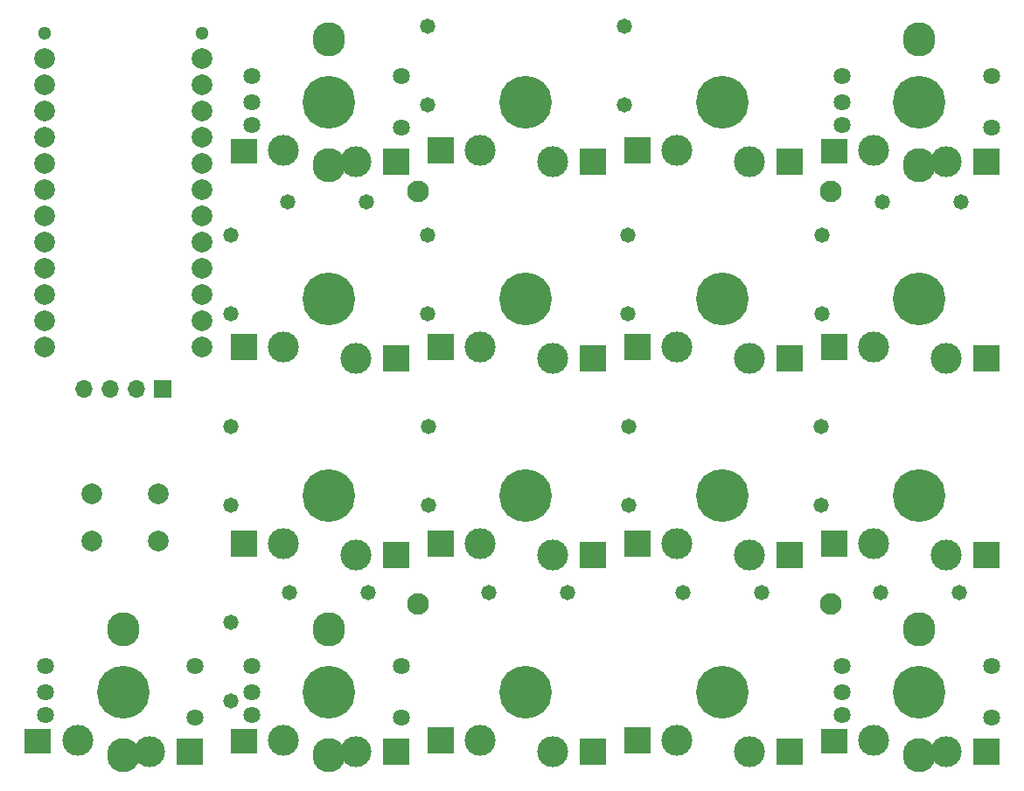
<source format=gbs>
G04 #@! TF.GenerationSoftware,KiCad,Pcbnew,9.0.7*
G04 #@! TF.CreationDate,2026-01-18T21:54:30+01:00*
G04 #@! TF.ProjectId,dumbpad,64756d62-7061-4642-9e6b-696361645f70,rev?*
G04 #@! TF.SameCoordinates,Original*
G04 #@! TF.FileFunction,Soldermask,Bot*
G04 #@! TF.FilePolarity,Negative*
%FSLAX46Y46*%
G04 Gerber Fmt 4.6, Leading zero omitted, Abs format (unit mm)*
G04 Created by KiCad (PCBNEW 9.0.7) date 2026-01-18 21:54:30*
%MOMM*%
%LPD*%
G01*
G04 APERTURE LIST*
%ADD10R,1.700000X1.700000*%
%ADD11O,1.700000X1.700000*%
%ADD12C,3.000000*%
%ADD13C,5.100000*%
%ADD14C,1.627000*%
%ADD15O,3.127000X3.302000*%
%ADD16O,3.127000X3.314500*%
%ADD17R,2.550000X2.475000*%
%ADD18R,2.550000X2.550000*%
%ADD19C,2.006600*%
%ADD20C,1.300000*%
%ADD21C,2.100000*%
%ADD22C,1.477000*%
G04 APERTURE END LIST*
D10*
X113900000Y-104000000D03*
D11*
X111360000Y-104000000D03*
X108820000Y-104000000D03*
X106280000Y-104000000D03*
D12*
X182751100Y-138103600D03*
D13*
X187151100Y-133403600D03*
D12*
X189751100Y-139153600D03*
D14*
X179651100Y-130903600D03*
X179651100Y-135603600D03*
X179651100Y-133403600D03*
D15*
X187151100Y-139503600D03*
D16*
X187151100Y-127309850D03*
D14*
X194151100Y-130903600D03*
X194151100Y-135903600D03*
D17*
X178876100Y-138141100D03*
D18*
X193626100Y-139153600D03*
D12*
X182751100Y-80953600D03*
D13*
X187151100Y-76253600D03*
D12*
X189751100Y-82003600D03*
D14*
X179651100Y-73753600D03*
X179651100Y-78453600D03*
X179651100Y-76253600D03*
D15*
X187151100Y-82353600D03*
D16*
X187151100Y-70159850D03*
D14*
X194151100Y-73753600D03*
X194151100Y-78753600D03*
D17*
X178876100Y-80991100D03*
D18*
X193626100Y-82003600D03*
D12*
X125601100Y-138103600D03*
D13*
X130001100Y-133403600D03*
D12*
X132601100Y-139153600D03*
D14*
X122501100Y-130903600D03*
X122501100Y-135603600D03*
X122501100Y-133403600D03*
D15*
X130001100Y-139503600D03*
D16*
X130001100Y-127309850D03*
D14*
X137001100Y-130903600D03*
X137001100Y-135903600D03*
D17*
X121726100Y-138141100D03*
D18*
X136476100Y-139153600D03*
D12*
X105651100Y-138103600D03*
D13*
X110051100Y-133403600D03*
D12*
X112651100Y-139153600D03*
D14*
X102551100Y-130903600D03*
X102551100Y-135603600D03*
X102551100Y-133403600D03*
D15*
X110051100Y-139503600D03*
D16*
X110051100Y-127309850D03*
D14*
X117051100Y-130903600D03*
X117051100Y-135903600D03*
D17*
X101776100Y-138141100D03*
D18*
X116526100Y-139153600D03*
D12*
X125601100Y-80953600D03*
D13*
X130001100Y-76253600D03*
D12*
X132601100Y-82003600D03*
D14*
X122501100Y-73753600D03*
X122501100Y-78453600D03*
X122501100Y-76253600D03*
D15*
X130001100Y-82353600D03*
D16*
X130001100Y-70159850D03*
D14*
X137001100Y-73753600D03*
X137001100Y-78753600D03*
D17*
X121726100Y-80991100D03*
D18*
X136476100Y-82003600D03*
D19*
X106997600Y-114228800D03*
X113500000Y-114228800D03*
X106997600Y-118750000D03*
X113500000Y-118750000D03*
D20*
X117671100Y-69550000D03*
X102431100Y-69550000D03*
D19*
X117671100Y-72053600D03*
X117671100Y-74593600D03*
X117671100Y-77133600D03*
X117671100Y-79673600D03*
X117671100Y-82213600D03*
X117671100Y-84753600D03*
X117671100Y-87293600D03*
X117671100Y-89833600D03*
X117671100Y-92373600D03*
X117671100Y-94913600D03*
X117671100Y-97453600D03*
X117671100Y-99993600D03*
X102431100Y-99993600D03*
X102431100Y-97453600D03*
X102431100Y-94913600D03*
X102431100Y-92373600D03*
X102431100Y-89833600D03*
X102431100Y-87293600D03*
X102431100Y-84753600D03*
X102431100Y-82213600D03*
X102431100Y-79673600D03*
X102431100Y-77133600D03*
X102431100Y-74593600D03*
X102431100Y-72053600D03*
D12*
X182751100Y-119053600D03*
D13*
X187151100Y-114353600D03*
D12*
X189751100Y-120103600D03*
D18*
X178876100Y-119053600D03*
X193626100Y-120103600D03*
D12*
X125601100Y-119053600D03*
D13*
X130001100Y-114353600D03*
D12*
X132601100Y-120103600D03*
D18*
X121726100Y-119053600D03*
X136476100Y-120103600D03*
D21*
X178600000Y-84900000D03*
D22*
X139500000Y-76520000D03*
X139500000Y-68900000D03*
D12*
X144651100Y-138103600D03*
D13*
X149051100Y-133403600D03*
D12*
X151651100Y-139153600D03*
D18*
X140776100Y-138103600D03*
X155526100Y-139153600D03*
D21*
X178600000Y-124900000D03*
D22*
X158600000Y-76520000D03*
X158600000Y-68900000D03*
D12*
X163701100Y-138103600D03*
D13*
X168101100Y-133403600D03*
D12*
X170701100Y-139153600D03*
D18*
X159826100Y-138103600D03*
X174576100Y-139153600D03*
D22*
X126000000Y-85900000D03*
X133620000Y-85900000D03*
X183600000Y-85900000D03*
X191220000Y-85900000D03*
X145500000Y-123800000D03*
X153120000Y-123800000D03*
X120500000Y-134220000D03*
X120500000Y-126600000D03*
X120500000Y-96720000D03*
X120500000Y-89100000D03*
X183400000Y-123800000D03*
X191020000Y-123800000D03*
X120500000Y-115320000D03*
X120500000Y-107700000D03*
X164300000Y-123800000D03*
X171920000Y-123800000D03*
D12*
X144651100Y-119053600D03*
D13*
X149051100Y-114353600D03*
D12*
X151651100Y-120103600D03*
D18*
X140776100Y-119053600D03*
X155526100Y-120103600D03*
D12*
X163701100Y-100003600D03*
D13*
X168101100Y-95303600D03*
D12*
X170701100Y-101053600D03*
D18*
X159826100Y-100003600D03*
X174576100Y-101053600D03*
D12*
X125601100Y-100003600D03*
D13*
X130001100Y-95303600D03*
D12*
X132601100Y-101053600D03*
D18*
X121726100Y-100003600D03*
X136476100Y-101053600D03*
D22*
X177600000Y-115320000D03*
X177600000Y-107700000D03*
D12*
X163701100Y-119053600D03*
D13*
X168101100Y-114353600D03*
D12*
X170701100Y-120103600D03*
D18*
X159826100Y-119053600D03*
X174576100Y-120103600D03*
D22*
X139600000Y-115320000D03*
X139600000Y-107700000D03*
D21*
X138600000Y-84900000D03*
D12*
X182751100Y-100003600D03*
D13*
X187151100Y-95303600D03*
D12*
X189751100Y-101053600D03*
D18*
X178876100Y-100003600D03*
X193626100Y-101053600D03*
D22*
X159000000Y-115320000D03*
X159000000Y-107700000D03*
D12*
X144651100Y-100003600D03*
D13*
X149051100Y-95303600D03*
D12*
X151651100Y-101053600D03*
D18*
X140776100Y-100003600D03*
X155526100Y-101053600D03*
D21*
X138600000Y-124900000D03*
D22*
X126200000Y-123800000D03*
X133820000Y-123800000D03*
X139500000Y-96720000D03*
X139500000Y-89100000D03*
D12*
X163701100Y-80953600D03*
D13*
X168101100Y-76253600D03*
D12*
X170701100Y-82003600D03*
D18*
X159826100Y-80953600D03*
X174576100Y-82003600D03*
D22*
X158900000Y-96720000D03*
X158900000Y-89100000D03*
D12*
X144651100Y-80953600D03*
D13*
X149051100Y-76253600D03*
D12*
X151651100Y-82003600D03*
D18*
X140776100Y-80953600D03*
X155526100Y-82003600D03*
D22*
X177700000Y-96720000D03*
X177700000Y-89100000D03*
M02*

</source>
